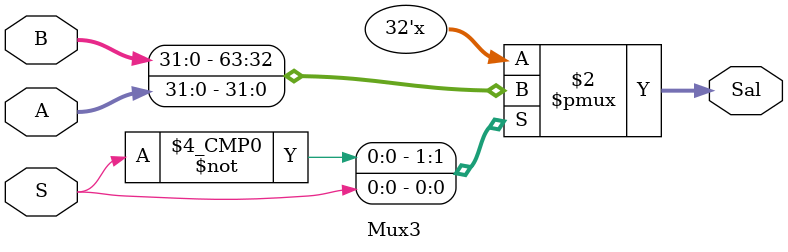
<source format=v>
`timescale 1ns/1ns

module Mux3 (
		input [31:0]A,
		input [31:0]B,
		input S,
		output reg[31:0]Sal
);



always @*
begin
	case (S)
		1'b0:
		begin
			Sal = B;
		end
		1'b1:
		begin
			Sal = A;
		end
	endcase
end

endmodule

</source>
